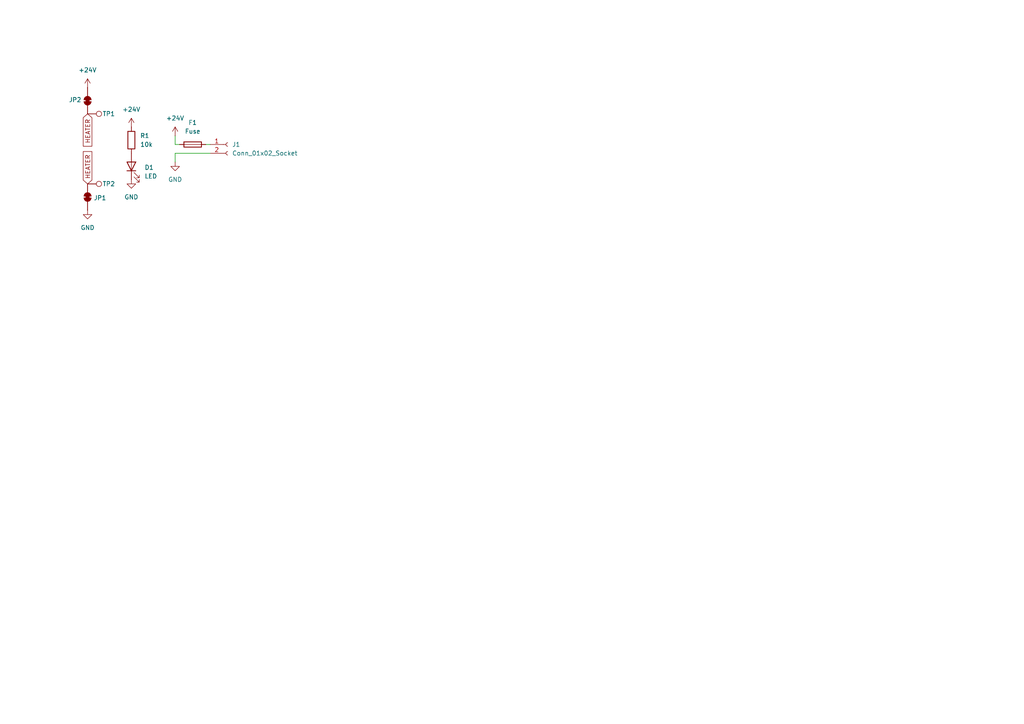
<source format=kicad_sch>
(kicad_sch (version 20250114) (generator "eeschema") (generator_version "9.0")
  (paper "A4")
  (lib_symbols
    (symbol "Connector:Conn_01x02_Socket" (pin_names (offset 1.016) (hide yes))
      (property "Reference" "J" (at 0 2.54 0))
      (property "Value" "Conn_01x02_Socket" (at 0 -5.08 0))
      (symbol "Conn_01x02_Socket_1_1"
        (polyline (pts (xy -1.27 0) (xy -0.508 0)) (stroke (width 0.1524)))
        (polyline (pts (xy -1.27 -2.54) (xy -0.508 -2.54)) (stroke (width 0.1524)))
        (arc (start 0 -0.508) (mid -0.5058 0) (end 0 0.508) (stroke (width 0.1524)))
        (arc (start 0 -3.048) (mid -0.5058 -2.54) (end 0 -2.032) (stroke (width 0.1524)))
        (pin passive line (at -5.08 0 0) (length 3.81) (name "Pin_1") (number "1"))
        (pin passive line (at -5.08 -2.54 0) (length 3.81) (name "Pin_2") (number "2"))
      )
    )
    (symbol "Connector:TestPoint" (pin_numbers (hide yes)) (pin_names (offset 0.762) (hide yes))
      (property "Reference" "TP" (at 0 6.858 0))
      (property "Value" "TestPoint" (at 0 5.08 0))
      (symbol "TestPoint_0_1"
        (circle (center 0 3.302) (radius 0.762))
      )
      (symbol "TestPoint_1_1"
        (pin passive line (at 0 0 90) (length 2.54) (name "1") (number "1"))
      )
    )
    (symbol "Device:Fuse" (pin_numbers (hide yes)) (pin_names (offset 0))
      (property "Reference" "F" (at 2.032 0 90))
      (property "Value" "Fuse" (at -1.905 0 90))
      (symbol "Fuse_0_1"
        (rectangle (start -0.762 -2.54) (end 0.762 2.54) (stroke (width 0.254)))
        (polyline (pts (xy 0 2.54) (xy 0 -2.54)))
      )
      (symbol "Fuse_1_1"
        (pin passive line (at 0 3.81 270) (length 1.27) (name "~") (number "1"))
        (pin passive line (at 0 -3.81 90) (length 1.27) (name "~") (number "2"))
      )
    )
    (symbol "Device:LED" (pin_numbers (hide yes)) (pin_names (offset 1.016) (hide yes))
      (property "Reference" "D" (at 0 2.54 0))
      (property "Value" "LED" (at 0 -2.54 0))
      (symbol "LED_0_1"
        (polyline (pts (xy -3.048 -0.762) (xy -4.572 -2.286) (xy -3.81 -2.286) (xy -4.572 -2.286) (xy -4.572 -1.524)))
        (polyline (pts (xy -1.778 -0.762) (xy -3.302 -2.286) (xy -2.54 -2.286) (xy -3.302 -2.286) (xy -3.302 -1.524)))
        (polyline (pts (xy -1.27 0) (xy 1.27 0)))
        (polyline (pts (xy -1.27 -1.27) (xy -1.27 1.27)) (stroke (width 0.254)))
        (polyline (pts (xy 1.27 -1.27) (xy 1.27 1.27) (xy -1.27 0) (xy 1.27 -1.27)) (stroke (width 0.254)))
      )
      (symbol "LED_1_1"
        (pin passive line (at -3.81 0 0) (length 2.54) (name "K") (number "1"))
        (pin passive line (at 3.81 0 180) (length 2.54) (name "A") (number "2"))
      )
    )
    (symbol "Device:R" (pin_numbers (hide yes)) (pin_names (offset 0))
      (property "Reference" "R" (at 2.032 0 90))
      (property "Value" "R" (at 0 0 90))
      (symbol "R_0_1"
        (rectangle (start -1.016 -2.54) (end 1.016 2.54) (stroke (width 0.254)))
      )
      (symbol "R_1_1"
        (pin passive line (at 0 3.81 270) (length 1.27) (name "~") (number "1"))
        (pin passive line (at 0 -3.81 90) (length 1.27) (name "~") (number "2"))
      )
    )
    (symbol "Jumper:SolderJumper_2_Bridged" (pin_numbers (hide yes)) (pin_names (offset 0) (hide yes)) (in_bom no)
      (property "Reference" "JP" (at 0 2.032 0))
      (property "Value" "SolderJumper_2_Bridged" (at 0 -2.54 0))
      (symbol "SolderJumper_2_Bridged_0_1"
        (rectangle (start -0.508 0.508) (end 0.508 -0.508) (fill (type outline)))
        (polyline (pts (xy -0.254 1.016) (xy -0.254 -1.016)))
        (arc (start -0.254 -1.016) (mid -1.2656 0) (end -0.254 1.016))
        (arc (start -0.254 -1.016) (mid -1.2656 0) (end -0.254 1.016) (fill (type outline)))
        (arc (start 0.254 1.016) (mid 1.2656 0) (end 0.254 -1.016))
        (arc (start 0.254 1.016) (mid 1.2656 0) (end 0.254 -1.016) (fill (type outline)))
        (polyline (pts (xy 0.254 1.016) (xy 0.254 -1.016)))
      )
      (symbol "SolderJumper_2_Bridged_1_1"
        (pin passive line (at -3.81 0 0) (length 2.54) (name "A") (number "1"))
        (pin passive line (at 3.81 0 180) (length 2.54) (name "B") (number "2"))
      )
    )
    (symbol "power:+24V" (power) (pin_numbers (hide yes)) (pin_names (offset 0) (hide yes))
      (property "Value" "+24V" (at 0 3.556 0))
      (symbol "+24V_0_1"
        (polyline (pts (xy -0.762 1.27) (xy 0 2.54)))
        (polyline (pts (xy 0 2.54) (xy 0.762 1.27)))
        (polyline (pts (xy 0 0) (xy 0 2.54)))
      )
      (symbol "+24V_1_1"
        (pin power_in line (at 0 0 90) (length 0) (name "~") (number "1"))
      )
    )
    (symbol "power:GND" (power) (pin_numbers (hide yes)) (pin_names (offset 0) (hide yes))
      (property "Value" "GND" (at 0 -3.81 0))
      (symbol "GND_0_1"
        (polyline (pts (xy 0 0) (xy 0 -1.27) (xy 1.27 -1.27) (xy 0 -2.54) (xy -1.27 -1.27) (xy 0 -1.27)))
      )
      (symbol "GND_1_1"
        (pin power_in line (at 0 0 270) (length 0) (name "~") (number "1"))
      )
    )
  )
  (wire (pts (xy 59.69 41.91) (xy 60.96 41.91)))
  (wire (pts (xy 50.8 41.91) (xy 52.07 41.91)))
  (wire (pts (xy 50.8 39.37) (xy 50.8 41.91)))
  (wire (pts (xy 50.8 44.45) (xy 50.8 46.99)))
  (wire (pts (xy 60.96 44.45) (xy 50.8 44.45)))
  (global_label "HEATER" (shape input) (at 25.4 33.02 270) (property "Intersheetrefs" "${INTERSHEET_REFS}" (effects (hide yes))))
  (global_label "HEATER" (shape input) (at 25.4 53.34 90) (property "Intersheetrefs" "${INTERSHEET_REFS}" (effects (hide yes))))
  (symbol (lib_id "Connector:TestPoint") (at 25.4 33.02 270) (unit 1)
    (property "Reference" "TP1" (at 29.718 33.02 90) (effects (justify left)))
    (property "Value" "TestPoint" (effects (hide yes)))
    (property "Footprint" "TestPoint:TestPoint_Pad_1.0x1.0mm" (effects (hide yes)))
    (property "Description" "test point" (effects (hide yes)))
  )
  (symbol (lib_id "Jumper:SolderJumper_2_Bridged") (at 25.4 57.15 90) (unit 1) (in_bom no)
    (property "Reference" "JP1" (at 27.178 57.404 90) (effects (justify right)))
    (property "Value" "SolderJumper_2_Bridged" (effects (hide yes)))
    (property "Footprint" "Jumper:SolderJumper-2_P1.3mm_Bridged_Pad1.0x1.5mm" (effects (hide yes)))
    (property "Description" "Solder Jumper, 2-pole, closed/bridged" (effects (hide yes)))
  )
  (symbol (lib_id "Jumper:SolderJumper_2_Bridged") (at 25.4 29.21 270) (unit 1) (in_bom no)
    (property "Reference" "JP2" (at 23.622 28.956 90) (effects (justify right)))
    (property "Value" "SolderJumper_2_Bridged" (effects (hide yes)))
    (property "Footprint" "Jumper:SolderJumper-2_P1.3mm_Bridged_Pad1.0x1.5mm" (effects (hide yes)))
    (property "Description" "Solder Jumper, 2-pole, closed/bridged" (effects (hide yes)))
  )
  (symbol (lib_id "power:GND") (at 38.1 52.07 0) (unit 1)
    (property "Reference" "#PWR02" (effects (hide yes)))
    (property "Value" "GND" (at 38.1 57.15 0))
    (property "Description" "Power symbol creates a global label with name \"GND\" , ground" (effects (hide yes)))
  )
  (symbol (lib_id "power:+24V") (at 38.1 36.83 0) (unit 1)
    (property "Reference" "#PWR01" (effects (hide yes)))
    (property "Value" "+24V" (at 38.1 31.75 0))
    (property "Description" "Power symbol creates a global label with name \"+24V\"" (effects (hide yes)))
  )
  (symbol (lib_id "Device:LED") (at 38.1 48.26 90) (unit 1)
    (property "Reference" "D1" (at 41.91 48.5774 90) (effects (justify right)))
    (property "Value" "LED" (at 41.91 51.1174 90) (effects (justify right)))
    (property "Footprint" "LED_SMD:LED_0603_1608Metric" (effects (hide yes)))
    (property "Description" "Light emitting diode" (effects (hide yes)))
    (property "Sim.Pins" "1=K 2=A" (effects (hide yes)))
  )
  (symbol (lib_id "Device:Fuse") (at 55.88 41.91 90) (unit 1)
    (property "Reference" "F1" (at 55.88 35.56 90))
    (property "Value" "Fuse" (at 55.88 38.1 90))
    (property "Footprint" "custom_pads:thermal fuse" (effects (hide yes)))
    (property "Description" "Fuse" (effects (hide yes)))
  )
  (symbol (lib_id "power:GND") (at 25.4 60.96 0) (unit 1)
    (property "Reference" "#PWR04" (effects (hide yes)))
    (property "Value" "GND" (at 25.4 66.04 0))
    (property "Description" "Power symbol creates a global label with name \"GND\" , ground" (effects (hide yes)))
  )
  (symbol (lib_id "Connector:Conn_01x02_Socket") (at 66.04 41.91 0) (unit 1)
    (property "Reference" "J1" (at 67.31 41.9099 0) (effects (justify left)))
    (property "Value" "Conn_01x02_Socket" (at 67.31 44.4499 0) (effects (justify left)))
    (property "Footprint" "Connector_Molex:Molex_Micro-Fit_3.0_43045-0218_2x01-1MP_P3.00mm_Vertical" (effects (hide yes)))
    (property "Description" "Generic connector, single row, 01x02, script generated" (effects (hide yes)))
  )
  (symbol (lib_id "Connector:TestPoint") (at 25.4 53.34 270) (unit 1)
    (property "Reference" "TP2" (at 29.718 53.34 90) (effects (justify left)))
    (property "Value" "TestPoint" (effects (hide yes)))
    (property "Footprint" "TestPoint:TestPoint_Pad_1.0x1.0mm" (effects (hide yes)))
    (property "Description" "test point" (effects (hide yes)))
  )
  (symbol (lib_id "power:+24V") (at 50.8 39.37 0) (unit 1)
    (property "Reference" "#PWR05" (effects (hide yes)))
    (property "Value" "+24V" (at 50.8 34.29 0))
    (property "Description" "Power symbol creates a global label with name \"+24V\"" (effects (hide yes)))
  )
  (symbol (lib_id "power:GND") (at 50.8 46.99 0) (unit 1)
    (property "Reference" "#PWR06" (effects (hide yes)))
    (property "Value" "GND" (at 50.8 52.07 0))
    (property "Description" "Power symbol creates a global label with name \"GND\" , ground" (effects (hide yes)))
  )
  (symbol (lib_id "Device:R") (at 38.1 40.64 0) (unit 1)
    (property "Reference" "R1" (at 40.64 39.3699 0) (effects (justify left)))
    (property "Value" "10k" (at 40.64 41.9099 0) (effects (justify left)))
    (property "Footprint" "Resistor_SMD:R_0603_1608Metric" (effects (hide yes)))
    (property "Description" "Resistor" (effects (hide yes)))
  )
  (symbol (lib_id "power:+24V") (at 25.4 25.4 0) (unit 1)
    (property "Reference" "#PWR03" (effects (hide yes)))
    (property "Value" "+24V" (at 25.4 20.32 0))
    (property "Description" "Power symbol creates a global label with name \"+24V\"" (effects (hide yes)))
  )
)
</source>
